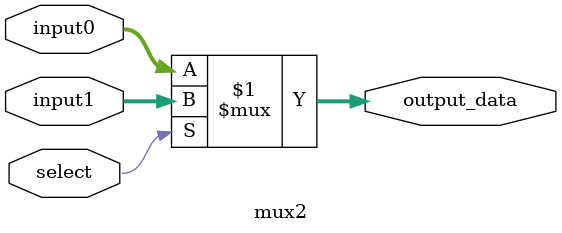
<source format=v>
module mux2 #(parameter WIDTH = 8) (
    input [WIDTH-1:0] input0, input1,
    input select,
    output [WIDTH-1:0] output_data
);
assign output_data = select ? input1 : input0;
endmodule
</source>
